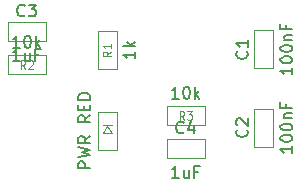
<source format=gbr>
%TF.GenerationSoftware,KiCad,Pcbnew,5.1.10*%
%TF.CreationDate,2021-05-04T23:01:40-04:00*%
%TF.ProjectId,NINA-W102_minimal_breakout,4e494e41-2d57-4313-9032-5f6d696e696d,0.5*%
%TF.SameCoordinates,Original*%
%TF.FileFunction,Other,Fab,Top*%
%FSLAX46Y46*%
G04 Gerber Fmt 4.6, Leading zero omitted, Abs format (unit mm)*
G04 Created by KiCad (PCBNEW 5.1.10) date 2021-05-04 23:01:40*
%MOMM*%
%LPD*%
G01*
G04 APERTURE LIST*
%ADD10C,0.100000*%
%ADD11C,0.150000*%
%ADD12C,0.105000*%
G04 APERTURE END LIST*
D10*
%TO.C,C1*%
X133820000Y-104692000D02*
X133820000Y-101492000D01*
X133820000Y-101492000D02*
X135420000Y-101492000D01*
X135420000Y-101492000D02*
X135420000Y-104692000D01*
X135420000Y-104692000D02*
X133820000Y-104692000D01*
%TO.C,C2*%
X133820000Y-111328000D02*
X133820000Y-108128000D01*
X133820000Y-108128000D02*
X135420000Y-108128000D01*
X135420000Y-108128000D02*
X135420000Y-111328000D01*
X135420000Y-111328000D02*
X133820000Y-111328000D01*
%TO.C,C3*%
X112986000Y-100800000D02*
X116186000Y-100800000D01*
X116186000Y-100800000D02*
X116186000Y-102400000D01*
X116186000Y-102400000D02*
X112986000Y-102400000D01*
X112986000Y-102400000D02*
X112986000Y-100800000D01*
%TO.C,C4*%
X126448000Y-110706000D02*
X129648000Y-110706000D01*
X129648000Y-110706000D02*
X129648000Y-112306000D01*
X129648000Y-112306000D02*
X126448000Y-112306000D01*
X126448000Y-112306000D02*
X126448000Y-110706000D01*
%TO.C,D1*%
X122212000Y-108382000D02*
X122212000Y-111582000D01*
X122212000Y-111582000D02*
X120612000Y-111582000D01*
X120612000Y-111582000D02*
X120612000Y-108382000D01*
X120612000Y-108382000D02*
X122212000Y-108382000D01*
X121812000Y-109532000D02*
X121012000Y-109532000D01*
X121012000Y-110182000D02*
X121412000Y-109582000D01*
X121812000Y-110182000D02*
X121012000Y-110182000D01*
X121412000Y-109582000D02*
X121812000Y-110182000D01*
%TO.C,R1*%
X120612000Y-104756000D02*
X120612000Y-101556000D01*
X120612000Y-101556000D02*
X122212000Y-101556000D01*
X122212000Y-101556000D02*
X122212000Y-104756000D01*
X122212000Y-104756000D02*
X120612000Y-104756000D01*
%TO.C,R2*%
X116186000Y-105194000D02*
X112986000Y-105194000D01*
X112986000Y-105194000D02*
X112986000Y-103594000D01*
X112986000Y-103594000D02*
X116186000Y-103594000D01*
X116186000Y-103594000D02*
X116186000Y-105194000D01*
%TO.C,R3*%
X129648000Y-109512000D02*
X126448000Y-109512000D01*
X126448000Y-109512000D02*
X126448000Y-107912000D01*
X126448000Y-107912000D02*
X129648000Y-107912000D01*
X129648000Y-107912000D02*
X129648000Y-109512000D01*
%TD*%
%TO.C,C1*%
D11*
X137072380Y-104639619D02*
X137072380Y-105211047D01*
X137072380Y-104925333D02*
X136072380Y-104925333D01*
X136215238Y-105020571D01*
X136310476Y-105115809D01*
X136358095Y-105211047D01*
X136072380Y-104020571D02*
X136072380Y-103925333D01*
X136120000Y-103830095D01*
X136167619Y-103782476D01*
X136262857Y-103734857D01*
X136453333Y-103687238D01*
X136691428Y-103687238D01*
X136881904Y-103734857D01*
X136977142Y-103782476D01*
X137024761Y-103830095D01*
X137072380Y-103925333D01*
X137072380Y-104020571D01*
X137024761Y-104115809D01*
X136977142Y-104163428D01*
X136881904Y-104211047D01*
X136691428Y-104258666D01*
X136453333Y-104258666D01*
X136262857Y-104211047D01*
X136167619Y-104163428D01*
X136120000Y-104115809D01*
X136072380Y-104020571D01*
X136072380Y-103068190D02*
X136072380Y-102972952D01*
X136120000Y-102877714D01*
X136167619Y-102830095D01*
X136262857Y-102782476D01*
X136453333Y-102734857D01*
X136691428Y-102734857D01*
X136881904Y-102782476D01*
X136977142Y-102830095D01*
X137024761Y-102877714D01*
X137072380Y-102972952D01*
X137072380Y-103068190D01*
X137024761Y-103163428D01*
X136977142Y-103211047D01*
X136881904Y-103258666D01*
X136691428Y-103306285D01*
X136453333Y-103306285D01*
X136262857Y-103258666D01*
X136167619Y-103211047D01*
X136120000Y-103163428D01*
X136072380Y-103068190D01*
X136405714Y-102306285D02*
X137072380Y-102306285D01*
X136500952Y-102306285D02*
X136453333Y-102258666D01*
X136405714Y-102163428D01*
X136405714Y-102020571D01*
X136453333Y-101925333D01*
X136548571Y-101877714D01*
X137072380Y-101877714D01*
X136548571Y-101068190D02*
X136548571Y-101401523D01*
X137072380Y-101401523D02*
X136072380Y-101401523D01*
X136072380Y-100925333D01*
X133227142Y-103258666D02*
X133274761Y-103306285D01*
X133322380Y-103449142D01*
X133322380Y-103544380D01*
X133274761Y-103687238D01*
X133179523Y-103782476D01*
X133084285Y-103830095D01*
X132893809Y-103877714D01*
X132750952Y-103877714D01*
X132560476Y-103830095D01*
X132465238Y-103782476D01*
X132370000Y-103687238D01*
X132322380Y-103544380D01*
X132322380Y-103449142D01*
X132370000Y-103306285D01*
X132417619Y-103258666D01*
X133322380Y-102306285D02*
X133322380Y-102877714D01*
X133322380Y-102592000D02*
X132322380Y-102592000D01*
X132465238Y-102687238D01*
X132560476Y-102782476D01*
X132608095Y-102877714D01*
%TO.C,C2*%
X137072380Y-111275619D02*
X137072380Y-111847047D01*
X137072380Y-111561333D02*
X136072380Y-111561333D01*
X136215238Y-111656571D01*
X136310476Y-111751809D01*
X136358095Y-111847047D01*
X136072380Y-110656571D02*
X136072380Y-110561333D01*
X136120000Y-110466095D01*
X136167619Y-110418476D01*
X136262857Y-110370857D01*
X136453333Y-110323238D01*
X136691428Y-110323238D01*
X136881904Y-110370857D01*
X136977142Y-110418476D01*
X137024761Y-110466095D01*
X137072380Y-110561333D01*
X137072380Y-110656571D01*
X137024761Y-110751809D01*
X136977142Y-110799428D01*
X136881904Y-110847047D01*
X136691428Y-110894666D01*
X136453333Y-110894666D01*
X136262857Y-110847047D01*
X136167619Y-110799428D01*
X136120000Y-110751809D01*
X136072380Y-110656571D01*
X136072380Y-109704190D02*
X136072380Y-109608952D01*
X136120000Y-109513714D01*
X136167619Y-109466095D01*
X136262857Y-109418476D01*
X136453333Y-109370857D01*
X136691428Y-109370857D01*
X136881904Y-109418476D01*
X136977142Y-109466095D01*
X137024761Y-109513714D01*
X137072380Y-109608952D01*
X137072380Y-109704190D01*
X137024761Y-109799428D01*
X136977142Y-109847047D01*
X136881904Y-109894666D01*
X136691428Y-109942285D01*
X136453333Y-109942285D01*
X136262857Y-109894666D01*
X136167619Y-109847047D01*
X136120000Y-109799428D01*
X136072380Y-109704190D01*
X136405714Y-108942285D02*
X137072380Y-108942285D01*
X136500952Y-108942285D02*
X136453333Y-108894666D01*
X136405714Y-108799428D01*
X136405714Y-108656571D01*
X136453333Y-108561333D01*
X136548571Y-108513714D01*
X137072380Y-108513714D01*
X136548571Y-107704190D02*
X136548571Y-108037523D01*
X137072380Y-108037523D02*
X136072380Y-108037523D01*
X136072380Y-107561333D01*
X133227142Y-109894666D02*
X133274761Y-109942285D01*
X133322380Y-110085142D01*
X133322380Y-110180380D01*
X133274761Y-110323238D01*
X133179523Y-110418476D01*
X133084285Y-110466095D01*
X132893809Y-110513714D01*
X132750952Y-110513714D01*
X132560476Y-110466095D01*
X132465238Y-110418476D01*
X132370000Y-110323238D01*
X132322380Y-110180380D01*
X132322380Y-110085142D01*
X132370000Y-109942285D01*
X132417619Y-109894666D01*
X132417619Y-109513714D02*
X132370000Y-109466095D01*
X132322380Y-109370857D01*
X132322380Y-109132761D01*
X132370000Y-109037523D01*
X132417619Y-108989904D01*
X132512857Y-108942285D01*
X132608095Y-108942285D01*
X132750952Y-108989904D01*
X133322380Y-109561333D01*
X133322380Y-108942285D01*
%TO.C,C3*%
X113990761Y-104052380D02*
X113419333Y-104052380D01*
X113705047Y-104052380D02*
X113705047Y-103052380D01*
X113609809Y-103195238D01*
X113514571Y-103290476D01*
X113419333Y-103338095D01*
X114847904Y-103385714D02*
X114847904Y-104052380D01*
X114419333Y-103385714D02*
X114419333Y-103909523D01*
X114466952Y-104004761D01*
X114562190Y-104052380D01*
X114705047Y-104052380D01*
X114800285Y-104004761D01*
X114847904Y-103957142D01*
X115657428Y-103528571D02*
X115324095Y-103528571D01*
X115324095Y-104052380D02*
X115324095Y-103052380D01*
X115800285Y-103052380D01*
X114419333Y-100207142D02*
X114371714Y-100254761D01*
X114228857Y-100302380D01*
X114133619Y-100302380D01*
X113990761Y-100254761D01*
X113895523Y-100159523D01*
X113847904Y-100064285D01*
X113800285Y-99873809D01*
X113800285Y-99730952D01*
X113847904Y-99540476D01*
X113895523Y-99445238D01*
X113990761Y-99350000D01*
X114133619Y-99302380D01*
X114228857Y-99302380D01*
X114371714Y-99350000D01*
X114419333Y-99397619D01*
X114752666Y-99302380D02*
X115371714Y-99302380D01*
X115038380Y-99683333D01*
X115181238Y-99683333D01*
X115276476Y-99730952D01*
X115324095Y-99778571D01*
X115371714Y-99873809D01*
X115371714Y-100111904D01*
X115324095Y-100207142D01*
X115276476Y-100254761D01*
X115181238Y-100302380D01*
X114895523Y-100302380D01*
X114800285Y-100254761D01*
X114752666Y-100207142D01*
%TO.C,C4*%
X127452761Y-113958380D02*
X126881333Y-113958380D01*
X127167047Y-113958380D02*
X127167047Y-112958380D01*
X127071809Y-113101238D01*
X126976571Y-113196476D01*
X126881333Y-113244095D01*
X128309904Y-113291714D02*
X128309904Y-113958380D01*
X127881333Y-113291714D02*
X127881333Y-113815523D01*
X127928952Y-113910761D01*
X128024190Y-113958380D01*
X128167047Y-113958380D01*
X128262285Y-113910761D01*
X128309904Y-113863142D01*
X129119428Y-113434571D02*
X128786095Y-113434571D01*
X128786095Y-113958380D02*
X128786095Y-112958380D01*
X129262285Y-112958380D01*
X127881333Y-110113142D02*
X127833714Y-110160761D01*
X127690857Y-110208380D01*
X127595619Y-110208380D01*
X127452761Y-110160761D01*
X127357523Y-110065523D01*
X127309904Y-109970285D01*
X127262285Y-109779809D01*
X127262285Y-109636952D01*
X127309904Y-109446476D01*
X127357523Y-109351238D01*
X127452761Y-109256000D01*
X127595619Y-109208380D01*
X127690857Y-109208380D01*
X127833714Y-109256000D01*
X127881333Y-109303619D01*
X128738476Y-109541714D02*
X128738476Y-110208380D01*
X128500380Y-109160761D02*
X128262285Y-109875047D01*
X128881333Y-109875047D01*
%TO.C,D1*%
X119964380Y-113148666D02*
X118964380Y-113148666D01*
X118964380Y-112767714D01*
X119012000Y-112672476D01*
X119059619Y-112624857D01*
X119154857Y-112577238D01*
X119297714Y-112577238D01*
X119392952Y-112624857D01*
X119440571Y-112672476D01*
X119488190Y-112767714D01*
X119488190Y-113148666D01*
X118964380Y-112243904D02*
X119964380Y-112005809D01*
X119250095Y-111815333D01*
X119964380Y-111624857D01*
X118964380Y-111386761D01*
X119964380Y-110434380D02*
X119488190Y-110767714D01*
X119964380Y-111005809D02*
X118964380Y-111005809D01*
X118964380Y-110624857D01*
X119012000Y-110529619D01*
X119059619Y-110482000D01*
X119154857Y-110434380D01*
X119297714Y-110434380D01*
X119392952Y-110482000D01*
X119440571Y-110529619D01*
X119488190Y-110624857D01*
X119488190Y-111005809D01*
X119964380Y-108672476D02*
X119488190Y-109005809D01*
X119964380Y-109243904D02*
X118964380Y-109243904D01*
X118964380Y-108862952D01*
X119012000Y-108767714D01*
X119059619Y-108720095D01*
X119154857Y-108672476D01*
X119297714Y-108672476D01*
X119392952Y-108720095D01*
X119440571Y-108767714D01*
X119488190Y-108862952D01*
X119488190Y-109243904D01*
X119440571Y-108243904D02*
X119440571Y-107910571D01*
X119964380Y-107767714D02*
X119964380Y-108243904D01*
X118964380Y-108243904D01*
X118964380Y-107767714D01*
X119964380Y-107339142D02*
X118964380Y-107339142D01*
X118964380Y-107101047D01*
X119012000Y-106958190D01*
X119107238Y-106862952D01*
X119202476Y-106815333D01*
X119392952Y-106767714D01*
X119535809Y-106767714D01*
X119726285Y-106815333D01*
X119821523Y-106862952D01*
X119916761Y-106958190D01*
X119964380Y-107101047D01*
X119964380Y-107339142D01*
%TO.C,R1*%
X123764380Y-103275047D02*
X123764380Y-103846476D01*
X123764380Y-103560761D02*
X122764380Y-103560761D01*
X122907238Y-103656000D01*
X123002476Y-103751238D01*
X123050095Y-103846476D01*
X123764380Y-102846476D02*
X122764380Y-102846476D01*
X123383428Y-102751238D02*
X123764380Y-102465523D01*
X123097714Y-102465523D02*
X123478666Y-102846476D01*
D12*
X121728666Y-103272666D02*
X121395333Y-103506000D01*
X121728666Y-103672666D02*
X121028666Y-103672666D01*
X121028666Y-103406000D01*
X121062000Y-103339333D01*
X121095333Y-103306000D01*
X121162000Y-103272666D01*
X121262000Y-103272666D01*
X121328666Y-103306000D01*
X121362000Y-103339333D01*
X121395333Y-103406000D01*
X121395333Y-103672666D01*
X121728666Y-102606000D02*
X121728666Y-103006000D01*
X121728666Y-102806000D02*
X121028666Y-102806000D01*
X121128666Y-102872666D01*
X121195333Y-102939333D01*
X121228666Y-103006000D01*
%TO.C,R2*%
D11*
X113990761Y-102946380D02*
X113419333Y-102946380D01*
X113705047Y-102946380D02*
X113705047Y-101946380D01*
X113609809Y-102089238D01*
X113514571Y-102184476D01*
X113419333Y-102232095D01*
X114609809Y-101946380D02*
X114705047Y-101946380D01*
X114800285Y-101994000D01*
X114847904Y-102041619D01*
X114895523Y-102136857D01*
X114943142Y-102327333D01*
X114943142Y-102565428D01*
X114895523Y-102755904D01*
X114847904Y-102851142D01*
X114800285Y-102898761D01*
X114705047Y-102946380D01*
X114609809Y-102946380D01*
X114514571Y-102898761D01*
X114466952Y-102851142D01*
X114419333Y-102755904D01*
X114371714Y-102565428D01*
X114371714Y-102327333D01*
X114419333Y-102136857D01*
X114466952Y-102041619D01*
X114514571Y-101994000D01*
X114609809Y-101946380D01*
X115371714Y-102946380D02*
X115371714Y-101946380D01*
X115466952Y-102565428D02*
X115752666Y-102946380D01*
X115752666Y-102279714D02*
X115371714Y-102660666D01*
D12*
X114469333Y-104710666D02*
X114236000Y-104377333D01*
X114069333Y-104710666D02*
X114069333Y-104010666D01*
X114336000Y-104010666D01*
X114402666Y-104044000D01*
X114436000Y-104077333D01*
X114469333Y-104144000D01*
X114469333Y-104244000D01*
X114436000Y-104310666D01*
X114402666Y-104344000D01*
X114336000Y-104377333D01*
X114069333Y-104377333D01*
X114736000Y-104077333D02*
X114769333Y-104044000D01*
X114836000Y-104010666D01*
X115002666Y-104010666D01*
X115069333Y-104044000D01*
X115102666Y-104077333D01*
X115136000Y-104144000D01*
X115136000Y-104210666D01*
X115102666Y-104310666D01*
X114702666Y-104710666D01*
X115136000Y-104710666D01*
%TO.C,R3*%
D11*
X127452761Y-107264380D02*
X126881333Y-107264380D01*
X127167047Y-107264380D02*
X127167047Y-106264380D01*
X127071809Y-106407238D01*
X126976571Y-106502476D01*
X126881333Y-106550095D01*
X128071809Y-106264380D02*
X128167047Y-106264380D01*
X128262285Y-106312000D01*
X128309904Y-106359619D01*
X128357523Y-106454857D01*
X128405142Y-106645333D01*
X128405142Y-106883428D01*
X128357523Y-107073904D01*
X128309904Y-107169142D01*
X128262285Y-107216761D01*
X128167047Y-107264380D01*
X128071809Y-107264380D01*
X127976571Y-107216761D01*
X127928952Y-107169142D01*
X127881333Y-107073904D01*
X127833714Y-106883428D01*
X127833714Y-106645333D01*
X127881333Y-106454857D01*
X127928952Y-106359619D01*
X127976571Y-106312000D01*
X128071809Y-106264380D01*
X128833714Y-107264380D02*
X128833714Y-106264380D01*
X128928952Y-106883428D02*
X129214666Y-107264380D01*
X129214666Y-106597714D02*
X128833714Y-106978666D01*
D12*
X127931333Y-109028666D02*
X127698000Y-108695333D01*
X127531333Y-109028666D02*
X127531333Y-108328666D01*
X127798000Y-108328666D01*
X127864666Y-108362000D01*
X127898000Y-108395333D01*
X127931333Y-108462000D01*
X127931333Y-108562000D01*
X127898000Y-108628666D01*
X127864666Y-108662000D01*
X127798000Y-108695333D01*
X127531333Y-108695333D01*
X128164666Y-108328666D02*
X128598000Y-108328666D01*
X128364666Y-108595333D01*
X128464666Y-108595333D01*
X128531333Y-108628666D01*
X128564666Y-108662000D01*
X128598000Y-108728666D01*
X128598000Y-108895333D01*
X128564666Y-108962000D01*
X128531333Y-108995333D01*
X128464666Y-109028666D01*
X128264666Y-109028666D01*
X128198000Y-108995333D01*
X128164666Y-108962000D01*
%TD*%
M02*

</source>
